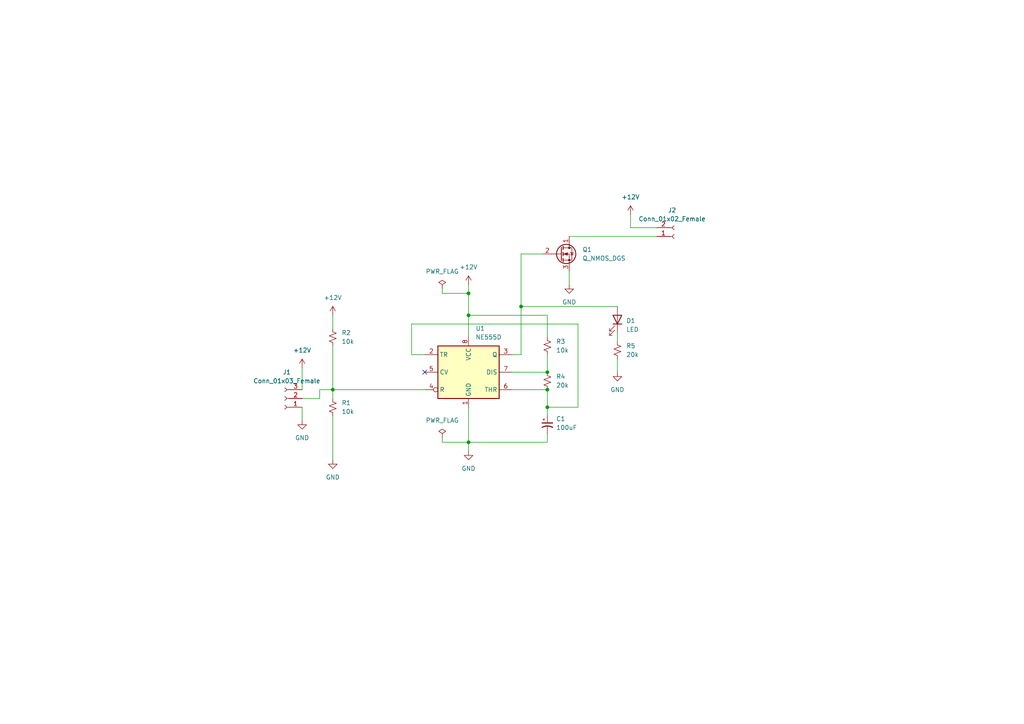
<source format=kicad_sch>
(kicad_sch (version 20211123) (generator eeschema)

  (uuid c91d5156-31a5-455b-95ba-402dcd3f91e8)

  (paper "A4")

  (lib_symbols
    (symbol "Connector:Conn_01x02_Female" (pin_names (offset 1.016) hide) (in_bom yes) (on_board yes)
      (property "Reference" "J" (id 0) (at 0 2.54 0)
        (effects (font (size 1.27 1.27)))
      )
      (property "Value" "Conn_01x02_Female" (id 1) (at 0 -5.08 0)
        (effects (font (size 1.27 1.27)))
      )
      (property "Footprint" "" (id 2) (at 0 0 0)
        (effects (font (size 1.27 1.27)) hide)
      )
      (property "Datasheet" "~" (id 3) (at 0 0 0)
        (effects (font (size 1.27 1.27)) hide)
      )
      (property "ki_keywords" "connector" (id 4) (at 0 0 0)
        (effects (font (size 1.27 1.27)) hide)
      )
      (property "ki_description" "Generic connector, single row, 01x02, script generated (kicad-library-utils/schlib/autogen/connector/)" (id 5) (at 0 0 0)
        (effects (font (size 1.27 1.27)) hide)
      )
      (property "ki_fp_filters" "Connector*:*_1x??_*" (id 6) (at 0 0 0)
        (effects (font (size 1.27 1.27)) hide)
      )
      (symbol "Conn_01x02_Female_1_1"
        (arc (start 0 -2.032) (mid -0.508 -2.54) (end 0 -3.048)
          (stroke (width 0.1524) (type default) (color 0 0 0 0))
          (fill (type none))
        )
        (polyline
          (pts
            (xy -1.27 -2.54)
            (xy -0.508 -2.54)
          )
          (stroke (width 0.1524) (type default) (color 0 0 0 0))
          (fill (type none))
        )
        (polyline
          (pts
            (xy -1.27 0)
            (xy -0.508 0)
          )
          (stroke (width 0.1524) (type default) (color 0 0 0 0))
          (fill (type none))
        )
        (arc (start 0 0.508) (mid -0.508 0) (end 0 -0.508)
          (stroke (width 0.1524) (type default) (color 0 0 0 0))
          (fill (type none))
        )
        (pin passive line (at -5.08 0 0) (length 3.81)
          (name "Pin_1" (effects (font (size 1.27 1.27))))
          (number "1" (effects (font (size 1.27 1.27))))
        )
        (pin passive line (at -5.08 -2.54 0) (length 3.81)
          (name "Pin_2" (effects (font (size 1.27 1.27))))
          (number "2" (effects (font (size 1.27 1.27))))
        )
      )
    )
    (symbol "Connector:Conn_01x03_Female" (pin_names (offset 1.016) hide) (in_bom yes) (on_board yes)
      (property "Reference" "J" (id 0) (at 0 5.08 0)
        (effects (font (size 1.27 1.27)))
      )
      (property "Value" "Conn_01x03_Female" (id 1) (at 0 -5.08 0)
        (effects (font (size 1.27 1.27)))
      )
      (property "Footprint" "" (id 2) (at 0 0 0)
        (effects (font (size 1.27 1.27)) hide)
      )
      (property "Datasheet" "~" (id 3) (at 0 0 0)
        (effects (font (size 1.27 1.27)) hide)
      )
      (property "ki_keywords" "connector" (id 4) (at 0 0 0)
        (effects (font (size 1.27 1.27)) hide)
      )
      (property "ki_description" "Generic connector, single row, 01x03, script generated (kicad-library-utils/schlib/autogen/connector/)" (id 5) (at 0 0 0)
        (effects (font (size 1.27 1.27)) hide)
      )
      (property "ki_fp_filters" "Connector*:*_1x??_*" (id 6) (at 0 0 0)
        (effects (font (size 1.27 1.27)) hide)
      )
      (symbol "Conn_01x03_Female_1_1"
        (arc (start 0 -2.032) (mid -0.508 -2.54) (end 0 -3.048)
          (stroke (width 0.1524) (type default) (color 0 0 0 0))
          (fill (type none))
        )
        (polyline
          (pts
            (xy -1.27 -2.54)
            (xy -0.508 -2.54)
          )
          (stroke (width 0.1524) (type default) (color 0 0 0 0))
          (fill (type none))
        )
        (polyline
          (pts
            (xy -1.27 0)
            (xy -0.508 0)
          )
          (stroke (width 0.1524) (type default) (color 0 0 0 0))
          (fill (type none))
        )
        (polyline
          (pts
            (xy -1.27 2.54)
            (xy -0.508 2.54)
          )
          (stroke (width 0.1524) (type default) (color 0 0 0 0))
          (fill (type none))
        )
        (arc (start 0 0.508) (mid -0.508 0) (end 0 -0.508)
          (stroke (width 0.1524) (type default) (color 0 0 0 0))
          (fill (type none))
        )
        (arc (start 0 3.048) (mid -0.508 2.54) (end 0 2.032)
          (stroke (width 0.1524) (type default) (color 0 0 0 0))
          (fill (type none))
        )
        (pin passive line (at -5.08 2.54 0) (length 3.81)
          (name "Pin_1" (effects (font (size 1.27 1.27))))
          (number "1" (effects (font (size 1.27 1.27))))
        )
        (pin passive line (at -5.08 0 0) (length 3.81)
          (name "Pin_2" (effects (font (size 1.27 1.27))))
          (number "2" (effects (font (size 1.27 1.27))))
        )
        (pin passive line (at -5.08 -2.54 0) (length 3.81)
          (name "Pin_3" (effects (font (size 1.27 1.27))))
          (number "3" (effects (font (size 1.27 1.27))))
        )
      )
    )
    (symbol "Device:C_Polarized_Small_US" (pin_numbers hide) (pin_names (offset 0.254) hide) (in_bom yes) (on_board yes)
      (property "Reference" "C" (id 0) (at 0.254 1.778 0)
        (effects (font (size 1.27 1.27)) (justify left))
      )
      (property "Value" "C_Polarized_Small_US" (id 1) (at 0.254 -2.032 0)
        (effects (font (size 1.27 1.27)) (justify left))
      )
      (property "Footprint" "" (id 2) (at 0 0 0)
        (effects (font (size 1.27 1.27)) hide)
      )
      (property "Datasheet" "~" (id 3) (at 0 0 0)
        (effects (font (size 1.27 1.27)) hide)
      )
      (property "ki_keywords" "cap capacitor" (id 4) (at 0 0 0)
        (effects (font (size 1.27 1.27)) hide)
      )
      (property "ki_description" "Polarized capacitor, small US symbol" (id 5) (at 0 0 0)
        (effects (font (size 1.27 1.27)) hide)
      )
      (property "ki_fp_filters" "CP_*" (id 6) (at 0 0 0)
        (effects (font (size 1.27 1.27)) hide)
      )
      (symbol "C_Polarized_Small_US_0_1"
        (polyline
          (pts
            (xy -1.524 0.508)
            (xy 1.524 0.508)
          )
          (stroke (width 0.3048) (type default) (color 0 0 0 0))
          (fill (type none))
        )
        (polyline
          (pts
            (xy -1.27 1.524)
            (xy -0.762 1.524)
          )
          (stroke (width 0) (type default) (color 0 0 0 0))
          (fill (type none))
        )
        (polyline
          (pts
            (xy -1.016 1.27)
            (xy -1.016 1.778)
          )
          (stroke (width 0) (type default) (color 0 0 0 0))
          (fill (type none))
        )
        (arc (start 1.524 -0.762) (mid 0 -0.3734) (end -1.524 -0.762)
          (stroke (width 0.3048) (type default) (color 0 0 0 0))
          (fill (type none))
        )
      )
      (symbol "C_Polarized_Small_US_1_1"
        (pin passive line (at 0 2.54 270) (length 2.032)
          (name "~" (effects (font (size 1.27 1.27))))
          (number "1" (effects (font (size 1.27 1.27))))
        )
        (pin passive line (at 0 -2.54 90) (length 2.032)
          (name "~" (effects (font (size 1.27 1.27))))
          (number "2" (effects (font (size 1.27 1.27))))
        )
      )
    )
    (symbol "Device:LED" (pin_numbers hide) (pin_names (offset 1.016) hide) (in_bom yes) (on_board yes)
      (property "Reference" "D" (id 0) (at 0 2.54 0)
        (effects (font (size 1.27 1.27)))
      )
      (property "Value" "LED" (id 1) (at 0 -2.54 0)
        (effects (font (size 1.27 1.27)))
      )
      (property "Footprint" "" (id 2) (at 0 0 0)
        (effects (font (size 1.27 1.27)) hide)
      )
      (property "Datasheet" "~" (id 3) (at 0 0 0)
        (effects (font (size 1.27 1.27)) hide)
      )
      (property "ki_keywords" "LED diode" (id 4) (at 0 0 0)
        (effects (font (size 1.27 1.27)) hide)
      )
      (property "ki_description" "Light emitting diode" (id 5) (at 0 0 0)
        (effects (font (size 1.27 1.27)) hide)
      )
      (property "ki_fp_filters" "LED* LED_SMD:* LED_THT:*" (id 6) (at 0 0 0)
        (effects (font (size 1.27 1.27)) hide)
      )
      (symbol "LED_0_1"
        (polyline
          (pts
            (xy -1.27 -1.27)
            (xy -1.27 1.27)
          )
          (stroke (width 0.254) (type default) (color 0 0 0 0))
          (fill (type none))
        )
        (polyline
          (pts
            (xy -1.27 0)
            (xy 1.27 0)
          )
          (stroke (width 0) (type default) (color 0 0 0 0))
          (fill (type none))
        )
        (polyline
          (pts
            (xy 1.27 -1.27)
            (xy 1.27 1.27)
            (xy -1.27 0)
            (xy 1.27 -1.27)
          )
          (stroke (width 0.254) (type default) (color 0 0 0 0))
          (fill (type none))
        )
        (polyline
          (pts
            (xy -3.048 -0.762)
            (xy -4.572 -2.286)
            (xy -3.81 -2.286)
            (xy -4.572 -2.286)
            (xy -4.572 -1.524)
          )
          (stroke (width 0) (type default) (color 0 0 0 0))
          (fill (type none))
        )
        (polyline
          (pts
            (xy -1.778 -0.762)
            (xy -3.302 -2.286)
            (xy -2.54 -2.286)
            (xy -3.302 -2.286)
            (xy -3.302 -1.524)
          )
          (stroke (width 0) (type default) (color 0 0 0 0))
          (fill (type none))
        )
      )
      (symbol "LED_1_1"
        (pin passive line (at -3.81 0 0) (length 2.54)
          (name "K" (effects (font (size 1.27 1.27))))
          (number "1" (effects (font (size 1.27 1.27))))
        )
        (pin passive line (at 3.81 0 180) (length 2.54)
          (name "A" (effects (font (size 1.27 1.27))))
          (number "2" (effects (font (size 1.27 1.27))))
        )
      )
    )
    (symbol "Device:Q_NMOS_DGS" (pin_names (offset 0) hide) (in_bom yes) (on_board yes)
      (property "Reference" "Q" (id 0) (at 5.08 1.27 0)
        (effects (font (size 1.27 1.27)) (justify left))
      )
      (property "Value" "Q_NMOS_DGS" (id 1) (at 5.08 -1.27 0)
        (effects (font (size 1.27 1.27)) (justify left))
      )
      (property "Footprint" "" (id 2) (at 5.08 2.54 0)
        (effects (font (size 1.27 1.27)) hide)
      )
      (property "Datasheet" "~" (id 3) (at 0 0 0)
        (effects (font (size 1.27 1.27)) hide)
      )
      (property "ki_keywords" "transistor NMOS N-MOS N-MOSFET" (id 4) (at 0 0 0)
        (effects (font (size 1.27 1.27)) hide)
      )
      (property "ki_description" "N-MOSFET transistor, drain/gate/source" (id 5) (at 0 0 0)
        (effects (font (size 1.27 1.27)) hide)
      )
      (symbol "Q_NMOS_DGS_0_1"
        (polyline
          (pts
            (xy 0.254 0)
            (xy -2.54 0)
          )
          (stroke (width 0) (type default) (color 0 0 0 0))
          (fill (type none))
        )
        (polyline
          (pts
            (xy 0.254 1.905)
            (xy 0.254 -1.905)
          )
          (stroke (width 0.254) (type default) (color 0 0 0 0))
          (fill (type none))
        )
        (polyline
          (pts
            (xy 0.762 -1.27)
            (xy 0.762 -2.286)
          )
          (stroke (width 0.254) (type default) (color 0 0 0 0))
          (fill (type none))
        )
        (polyline
          (pts
            (xy 0.762 0.508)
            (xy 0.762 -0.508)
          )
          (stroke (width 0.254) (type default) (color 0 0 0 0))
          (fill (type none))
        )
        (polyline
          (pts
            (xy 0.762 2.286)
            (xy 0.762 1.27)
          )
          (stroke (width 0.254) (type default) (color 0 0 0 0))
          (fill (type none))
        )
        (polyline
          (pts
            (xy 2.54 2.54)
            (xy 2.54 1.778)
          )
          (stroke (width 0) (type default) (color 0 0 0 0))
          (fill (type none))
        )
        (polyline
          (pts
            (xy 2.54 -2.54)
            (xy 2.54 0)
            (xy 0.762 0)
          )
          (stroke (width 0) (type default) (color 0 0 0 0))
          (fill (type none))
        )
        (polyline
          (pts
            (xy 0.762 -1.778)
            (xy 3.302 -1.778)
            (xy 3.302 1.778)
            (xy 0.762 1.778)
          )
          (stroke (width 0) (type default) (color 0 0 0 0))
          (fill (type none))
        )
        (polyline
          (pts
            (xy 1.016 0)
            (xy 2.032 0.381)
            (xy 2.032 -0.381)
            (xy 1.016 0)
          )
          (stroke (width 0) (type default) (color 0 0 0 0))
          (fill (type outline))
        )
        (polyline
          (pts
            (xy 2.794 0.508)
            (xy 2.921 0.381)
            (xy 3.683 0.381)
            (xy 3.81 0.254)
          )
          (stroke (width 0) (type default) (color 0 0 0 0))
          (fill (type none))
        )
        (polyline
          (pts
            (xy 3.302 0.381)
            (xy 2.921 -0.254)
            (xy 3.683 -0.254)
            (xy 3.302 0.381)
          )
          (stroke (width 0) (type default) (color 0 0 0 0))
          (fill (type none))
        )
        (circle (center 1.651 0) (radius 2.794)
          (stroke (width 0.254) (type default) (color 0 0 0 0))
          (fill (type none))
        )
        (circle (center 2.54 -1.778) (radius 0.254)
          (stroke (width 0) (type default) (color 0 0 0 0))
          (fill (type outline))
        )
        (circle (center 2.54 1.778) (radius 0.254)
          (stroke (width 0) (type default) (color 0 0 0 0))
          (fill (type outline))
        )
      )
      (symbol "Q_NMOS_DGS_1_1"
        (pin passive line (at 2.54 5.08 270) (length 2.54)
          (name "D" (effects (font (size 1.27 1.27))))
          (number "1" (effects (font (size 1.27 1.27))))
        )
        (pin input line (at -5.08 0 0) (length 2.54)
          (name "G" (effects (font (size 1.27 1.27))))
          (number "2" (effects (font (size 1.27 1.27))))
        )
        (pin passive line (at 2.54 -5.08 90) (length 2.54)
          (name "S" (effects (font (size 1.27 1.27))))
          (number "3" (effects (font (size 1.27 1.27))))
        )
      )
    )
    (symbol "Device:R_Small_US" (pin_numbers hide) (pin_names (offset 0.254) hide) (in_bom yes) (on_board yes)
      (property "Reference" "R" (id 0) (at 0.762 0.508 0)
        (effects (font (size 1.27 1.27)) (justify left))
      )
      (property "Value" "R_Small_US" (id 1) (at 0.762 -1.016 0)
        (effects (font (size 1.27 1.27)) (justify left))
      )
      (property "Footprint" "" (id 2) (at 0 0 0)
        (effects (font (size 1.27 1.27)) hide)
      )
      (property "Datasheet" "~" (id 3) (at 0 0 0)
        (effects (font (size 1.27 1.27)) hide)
      )
      (property "ki_keywords" "r resistor" (id 4) (at 0 0 0)
        (effects (font (size 1.27 1.27)) hide)
      )
      (property "ki_description" "Resistor, small US symbol" (id 5) (at 0 0 0)
        (effects (font (size 1.27 1.27)) hide)
      )
      (property "ki_fp_filters" "R_*" (id 6) (at 0 0 0)
        (effects (font (size 1.27 1.27)) hide)
      )
      (symbol "R_Small_US_1_1"
        (polyline
          (pts
            (xy 0 0)
            (xy 1.016 -0.381)
            (xy 0 -0.762)
            (xy -1.016 -1.143)
            (xy 0 -1.524)
          )
          (stroke (width 0) (type default) (color 0 0 0 0))
          (fill (type none))
        )
        (polyline
          (pts
            (xy 0 1.524)
            (xy 1.016 1.143)
            (xy 0 0.762)
            (xy -1.016 0.381)
            (xy 0 0)
          )
          (stroke (width 0) (type default) (color 0 0 0 0))
          (fill (type none))
        )
        (pin passive line (at 0 2.54 270) (length 1.016)
          (name "~" (effects (font (size 1.27 1.27))))
          (number "1" (effects (font (size 1.27 1.27))))
        )
        (pin passive line (at 0 -2.54 90) (length 1.016)
          (name "~" (effects (font (size 1.27 1.27))))
          (number "2" (effects (font (size 1.27 1.27))))
        )
      )
    )
    (symbol "Timer:NE555D" (in_bom yes) (on_board yes)
      (property "Reference" "U" (id 0) (at -10.16 8.89 0)
        (effects (font (size 1.27 1.27)) (justify left))
      )
      (property "Value" "NE555D" (id 1) (at 2.54 8.89 0)
        (effects (font (size 1.27 1.27)) (justify left))
      )
      (property "Footprint" "Package_SO:SOIC-8_3.9x4.9mm_P1.27mm" (id 2) (at 21.59 -10.16 0)
        (effects (font (size 1.27 1.27)) hide)
      )
      (property "Datasheet" "http://www.ti.com/lit/ds/symlink/ne555.pdf" (id 3) (at 21.59 -10.16 0)
        (effects (font (size 1.27 1.27)) hide)
      )
      (property "ki_keywords" "single timer 555" (id 4) (at 0 0 0)
        (effects (font (size 1.27 1.27)) hide)
      )
      (property "ki_description" "Precision Timers, 555 compatible, SOIC-8" (id 5) (at 0 0 0)
        (effects (font (size 1.27 1.27)) hide)
      )
      (property "ki_fp_filters" "SOIC*3.9x4.9mm*P1.27mm*" (id 6) (at 0 0 0)
        (effects (font (size 1.27 1.27)) hide)
      )
      (symbol "NE555D_0_0"
        (pin power_in line (at 0 -10.16 90) (length 2.54)
          (name "GND" (effects (font (size 1.27 1.27))))
          (number "1" (effects (font (size 1.27 1.27))))
        )
        (pin power_in line (at 0 10.16 270) (length 2.54)
          (name "VCC" (effects (font (size 1.27 1.27))))
          (number "8" (effects (font (size 1.27 1.27))))
        )
      )
      (symbol "NE555D_0_1"
        (rectangle (start -8.89 -7.62) (end 8.89 7.62)
          (stroke (width 0.254) (type default) (color 0 0 0 0))
          (fill (type background))
        )
        (rectangle (start -8.89 -7.62) (end 8.89 7.62)
          (stroke (width 0.254) (type default) (color 0 0 0 0))
          (fill (type background))
        )
      )
      (symbol "NE555D_1_1"
        (pin input line (at -12.7 5.08 0) (length 3.81)
          (name "TR" (effects (font (size 1.27 1.27))))
          (number "2" (effects (font (size 1.27 1.27))))
        )
        (pin output line (at 12.7 5.08 180) (length 3.81)
          (name "Q" (effects (font (size 1.27 1.27))))
          (number "3" (effects (font (size 1.27 1.27))))
        )
        (pin input inverted (at -12.7 -5.08 0) (length 3.81)
          (name "R" (effects (font (size 1.27 1.27))))
          (number "4" (effects (font (size 1.27 1.27))))
        )
        (pin input line (at -12.7 0 0) (length 3.81)
          (name "CV" (effects (font (size 1.27 1.27))))
          (number "5" (effects (font (size 1.27 1.27))))
        )
        (pin input line (at 12.7 -5.08 180) (length 3.81)
          (name "THR" (effects (font (size 1.27 1.27))))
          (number "6" (effects (font (size 1.27 1.27))))
        )
        (pin input line (at 12.7 0 180) (length 3.81)
          (name "DIS" (effects (font (size 1.27 1.27))))
          (number "7" (effects (font (size 1.27 1.27))))
        )
      )
    )
    (symbol "power:+12V" (power) (pin_names (offset 0)) (in_bom yes) (on_board yes)
      (property "Reference" "#PWR" (id 0) (at 0 -3.81 0)
        (effects (font (size 1.27 1.27)) hide)
      )
      (property "Value" "+12V" (id 1) (at 0 3.556 0)
        (effects (font (size 1.27 1.27)))
      )
      (property "Footprint" "" (id 2) (at 0 0 0)
        (effects (font (size 1.27 1.27)) hide)
      )
      (property "Datasheet" "" (id 3) (at 0 0 0)
        (effects (font (size 1.27 1.27)) hide)
      )
      (property "ki_keywords" "global power" (id 4) (at 0 0 0)
        (effects (font (size 1.27 1.27)) hide)
      )
      (property "ki_description" "Power symbol creates a global label with name \"+12V\"" (id 5) (at 0 0 0)
        (effects (font (size 1.27 1.27)) hide)
      )
      (symbol "+12V_0_1"
        (polyline
          (pts
            (xy -0.762 1.27)
            (xy 0 2.54)
          )
          (stroke (width 0) (type default) (color 0 0 0 0))
          (fill (type none))
        )
        (polyline
          (pts
            (xy 0 0)
            (xy 0 2.54)
          )
          (stroke (width 0) (type default) (color 0 0 0 0))
          (fill (type none))
        )
        (polyline
          (pts
            (xy 0 2.54)
            (xy 0.762 1.27)
          )
          (stroke (width 0) (type default) (color 0 0 0 0))
          (fill (type none))
        )
      )
      (symbol "+12V_1_1"
        (pin power_in line (at 0 0 90) (length 0) hide
          (name "+12V" (effects (font (size 1.27 1.27))))
          (number "1" (effects (font (size 1.27 1.27))))
        )
      )
    )
    (symbol "power:GND" (power) (pin_names (offset 0)) (in_bom yes) (on_board yes)
      (property "Reference" "#PWR" (id 0) (at 0 -6.35 0)
        (effects (font (size 1.27 1.27)) hide)
      )
      (property "Value" "GND" (id 1) (at 0 -3.81 0)
        (effects (font (size 1.27 1.27)))
      )
      (property "Footprint" "" (id 2) (at 0 0 0)
        (effects (font (size 1.27 1.27)) hide)
      )
      (property "Datasheet" "" (id 3) (at 0 0 0)
        (effects (font (size 1.27 1.27)) hide)
      )
      (property "ki_keywords" "global power" (id 4) (at 0 0 0)
        (effects (font (size 1.27 1.27)) hide)
      )
      (property "ki_description" "Power symbol creates a global label with name \"GND\" , ground" (id 5) (at 0 0 0)
        (effects (font (size 1.27 1.27)) hide)
      )
      (symbol "GND_0_1"
        (polyline
          (pts
            (xy 0 0)
            (xy 0 -1.27)
            (xy 1.27 -1.27)
            (xy 0 -2.54)
            (xy -1.27 -1.27)
            (xy 0 -1.27)
          )
          (stroke (width 0) (type default) (color 0 0 0 0))
          (fill (type none))
        )
      )
      (symbol "GND_1_1"
        (pin power_in line (at 0 0 270) (length 0) hide
          (name "GND" (effects (font (size 1.27 1.27))))
          (number "1" (effects (font (size 1.27 1.27))))
        )
      )
    )
    (symbol "power:PWR_FLAG" (power) (pin_numbers hide) (pin_names (offset 0) hide) (in_bom yes) (on_board yes)
      (property "Reference" "#FLG" (id 0) (at 0 1.905 0)
        (effects (font (size 1.27 1.27)) hide)
      )
      (property "Value" "PWR_FLAG" (id 1) (at 0 3.81 0)
        (effects (font (size 1.27 1.27)))
      )
      (property "Footprint" "" (id 2) (at 0 0 0)
        (effects (font (size 1.27 1.27)) hide)
      )
      (property "Datasheet" "~" (id 3) (at 0 0 0)
        (effects (font (size 1.27 1.27)) hide)
      )
      (property "ki_keywords" "flag power" (id 4) (at 0 0 0)
        (effects (font (size 1.27 1.27)) hide)
      )
      (property "ki_description" "Special symbol for telling ERC where power comes from" (id 5) (at 0 0 0)
        (effects (font (size 1.27 1.27)) hide)
      )
      (symbol "PWR_FLAG_0_0"
        (pin power_out line (at 0 0 90) (length 0)
          (name "pwr" (effects (font (size 1.27 1.27))))
          (number "1" (effects (font (size 1.27 1.27))))
        )
      )
      (symbol "PWR_FLAG_0_1"
        (polyline
          (pts
            (xy 0 0)
            (xy 0 1.27)
            (xy -1.016 1.905)
            (xy 0 2.54)
            (xy 1.016 1.905)
            (xy 0 1.27)
          )
          (stroke (width 0) (type default) (color 0 0 0 0))
          (fill (type none))
        )
      )
    )
  )

  (junction (at 158.75 113.03) (diameter 0) (color 0 0 0 0)
    (uuid 0a48c4bb-7ba7-4e56-85ce-1d081b33a8da)
  )
  (junction (at 96.52 113.03) (diameter 0) (color 0 0 0 0)
    (uuid 17268613-9c12-4920-992b-75cbfcbcef2e)
  )
  (junction (at 135.89 91.44) (diameter 0) (color 0 0 0 0)
    (uuid 2c167430-223e-422e-9494-6a4f4f09583f)
  )
  (junction (at 158.75 118.11) (diameter 0) (color 0 0 0 0)
    (uuid 3de4a2db-d973-473b-9b41-1ee402048310)
  )
  (junction (at 151.13 88.9) (diameter 0) (color 0 0 0 0)
    (uuid 72a274c8-b0d7-487c-9343-b75fdeba68a4)
  )
  (junction (at 135.89 85.09) (diameter 0) (color 0 0 0 0)
    (uuid 901579d1-55ec-498d-a3c2-3c1e1a9dbe90)
  )
  (junction (at 158.75 107.95) (diameter 0) (color 0 0 0 0)
    (uuid a9efb26c-72a0-4a3c-a16f-37a98098ce20)
  )
  (junction (at 135.89 128.27) (diameter 0) (color 0 0 0 0)
    (uuid f6383bfe-a629-4b85-bf2d-3ec68ce4b914)
  )

  (no_connect (at 123.19 107.95) (uuid 7cffd817-4ba7-4118-96e5-9c9d6fdd4dbc))

  (wire (pts (xy 128.27 85.09) (xy 135.89 85.09))
    (stroke (width 0) (type default) (color 0 0 0 0))
    (uuid 0ceeaf59-e961-449a-9023-b2d481f94d8c)
  )
  (wire (pts (xy 87.63 115.57) (xy 92.71 115.57))
    (stroke (width 0) (type default) (color 0 0 0 0))
    (uuid 0defd486-9a93-4312-9ce1-188082088614)
  )
  (wire (pts (xy 151.13 102.87) (xy 148.59 102.87))
    (stroke (width 0) (type default) (color 0 0 0 0))
    (uuid 122feb71-21a8-41a5-b2d0-2cc9e0df0a27)
  )
  (wire (pts (xy 190.5 66.04) (xy 182.88 66.04))
    (stroke (width 0) (type default) (color 0 0 0 0))
    (uuid 14f3c2e4-fd71-484c-a8f4-df998705a113)
  )
  (wire (pts (xy 92.71 115.57) (xy 92.71 113.03))
    (stroke (width 0) (type default) (color 0 0 0 0))
    (uuid 15fd67d5-a6cb-4cb3-b915-ee357267853e)
  )
  (wire (pts (xy 135.89 91.44) (xy 135.89 97.79))
    (stroke (width 0) (type default) (color 0 0 0 0))
    (uuid 17418844-b0e1-48f9-a182-bf85d943109f)
  )
  (wire (pts (xy 135.89 82.55) (xy 135.89 85.09))
    (stroke (width 0) (type default) (color 0 0 0 0))
    (uuid 1b9c8497-1343-42ba-b8a5-9fc84fa927d6)
  )
  (wire (pts (xy 148.59 107.95) (xy 158.75 107.95))
    (stroke (width 0) (type default) (color 0 0 0 0))
    (uuid 22ce3d84-63ee-49ae-b8ed-9c7837fd4e33)
  )
  (wire (pts (xy 128.27 83.82) (xy 128.27 85.09))
    (stroke (width 0) (type default) (color 0 0 0 0))
    (uuid 268e5ec5-ae3e-4e94-8394-2443bbbd43d4)
  )
  (wire (pts (xy 96.52 120.65) (xy 96.52 133.35))
    (stroke (width 0) (type default) (color 0 0 0 0))
    (uuid 2b18903d-0240-4531-89cb-2bfa037baf89)
  )
  (wire (pts (xy 92.71 113.03) (xy 96.52 113.03))
    (stroke (width 0) (type default) (color 0 0 0 0))
    (uuid 2d6ff205-f1d2-42a4-965b-b4132ce218a2)
  )
  (wire (pts (xy 179.07 96.52) (xy 179.07 99.06))
    (stroke (width 0) (type default) (color 0 0 0 0))
    (uuid 30448d85-6bb4-4ae7-b6ef-9324132cb43e)
  )
  (wire (pts (xy 182.88 66.04) (xy 182.88 62.23))
    (stroke (width 0) (type default) (color 0 0 0 0))
    (uuid 3963b350-6012-4f64-9f29-eeaea5c0c96e)
  )
  (wire (pts (xy 151.13 73.66) (xy 151.13 88.9))
    (stroke (width 0) (type default) (color 0 0 0 0))
    (uuid 3a7789b0-8d45-4c5c-8258-2b8d84c2703c)
  )
  (wire (pts (xy 167.64 118.11) (xy 158.75 118.11))
    (stroke (width 0) (type default) (color 0 0 0 0))
    (uuid 3c368638-74aa-4b79-9de4-c129f79a629d)
  )
  (wire (pts (xy 87.63 106.68) (xy 87.63 113.03))
    (stroke (width 0) (type default) (color 0 0 0 0))
    (uuid 3d85f701-a97f-4343-8501-ff18653edff4)
  )
  (wire (pts (xy 96.52 100.33) (xy 96.52 113.03))
    (stroke (width 0) (type default) (color 0 0 0 0))
    (uuid 4048abc9-f5aa-4ba4-be76-275a89eb83c9)
  )
  (wire (pts (xy 96.52 113.03) (xy 123.19 113.03))
    (stroke (width 0) (type default) (color 0 0 0 0))
    (uuid 43599c66-a600-42fb-93a9-f8edc6b2cc14)
  )
  (wire (pts (xy 157.48 73.66) (xy 151.13 73.66))
    (stroke (width 0) (type default) (color 0 0 0 0))
    (uuid 4c02a8db-a727-4af3-ad0b-b61840e18f81)
  )
  (wire (pts (xy 128.27 128.27) (xy 135.89 128.27))
    (stroke (width 0) (type default) (color 0 0 0 0))
    (uuid 4dcc8300-e9de-4cba-9bf4-1a8aaae5c8c3)
  )
  (wire (pts (xy 128.27 127) (xy 128.27 128.27))
    (stroke (width 0) (type default) (color 0 0 0 0))
    (uuid 4dfac761-b62a-4e40-a481-bff13e53f3ba)
  )
  (wire (pts (xy 119.38 102.87) (xy 123.19 102.87))
    (stroke (width 0) (type default) (color 0 0 0 0))
    (uuid 4f8a0d92-6619-4d84-912a-60f724e5a883)
  )
  (wire (pts (xy 87.63 118.11) (xy 87.63 121.92))
    (stroke (width 0) (type default) (color 0 0 0 0))
    (uuid 521b40a0-b94b-467a-b658-faa2bc0df7c8)
  )
  (wire (pts (xy 165.1 68.58) (xy 190.5 68.58))
    (stroke (width 0) (type default) (color 0 0 0 0))
    (uuid 539bbe04-498b-4dc2-8607-5ed04f909d39)
  )
  (wire (pts (xy 119.38 93.98) (xy 167.64 93.98))
    (stroke (width 0) (type default) (color 0 0 0 0))
    (uuid 67334aac-ad71-4b93-8f39-9810c3ab4f5d)
  )
  (wire (pts (xy 151.13 88.9) (xy 179.07 88.9))
    (stroke (width 0) (type default) (color 0 0 0 0))
    (uuid 69139e38-cb9c-4360-a3ce-d5f52515d566)
  )
  (wire (pts (xy 167.64 93.98) (xy 167.64 118.11))
    (stroke (width 0) (type default) (color 0 0 0 0))
    (uuid 6dfe8876-4183-49bd-a1db-944ab82d5fa6)
  )
  (wire (pts (xy 135.89 128.27) (xy 158.75 128.27))
    (stroke (width 0) (type default) (color 0 0 0 0))
    (uuid 7238deab-75f9-42f0-a538-764b7c40f90d)
  )
  (wire (pts (xy 179.07 104.14) (xy 179.07 107.95))
    (stroke (width 0) (type default) (color 0 0 0 0))
    (uuid 726118a5-aac5-49a7-8727-01e17f59698f)
  )
  (wire (pts (xy 135.89 128.27) (xy 135.89 130.81))
    (stroke (width 0) (type default) (color 0 0 0 0))
    (uuid 7d7f1835-c47c-45eb-bce9-bbdabc305913)
  )
  (wire (pts (xy 119.38 102.87) (xy 119.38 93.98))
    (stroke (width 0) (type default) (color 0 0 0 0))
    (uuid 7e41aaab-1ba0-4244-8273-242684eec39a)
  )
  (wire (pts (xy 158.75 97.79) (xy 158.75 91.44))
    (stroke (width 0) (type default) (color 0 0 0 0))
    (uuid 82496079-25aa-457a-8a4e-0611092906c8)
  )
  (wire (pts (xy 135.89 85.09) (xy 135.89 91.44))
    (stroke (width 0) (type default) (color 0 0 0 0))
    (uuid 863de5bc-610c-4ef0-9cfe-d8d8167a62f0)
  )
  (wire (pts (xy 158.75 113.03) (xy 158.75 118.11))
    (stroke (width 0) (type default) (color 0 0 0 0))
    (uuid a37cdc75-c7ab-41ec-8a17-ccfd796d1feb)
  )
  (wire (pts (xy 158.75 102.87) (xy 158.75 107.95))
    (stroke (width 0) (type default) (color 0 0 0 0))
    (uuid aea5b510-17c3-4bfb-a6b2-6b4f57b21f78)
  )
  (wire (pts (xy 135.89 91.44) (xy 158.75 91.44))
    (stroke (width 0) (type default) (color 0 0 0 0))
    (uuid b345f363-64ef-4d9a-9e54-20905662b4f9)
  )
  (wire (pts (xy 96.52 91.44) (xy 96.52 95.25))
    (stroke (width 0) (type default) (color 0 0 0 0))
    (uuid b390d32a-acef-4ab1-b746-f6a487bc773b)
  )
  (wire (pts (xy 158.75 118.11) (xy 158.75 120.65))
    (stroke (width 0) (type default) (color 0 0 0 0))
    (uuid bbef5dd0-e5b9-4877-b223-25ba0a0e2d71)
  )
  (wire (pts (xy 151.13 88.9) (xy 151.13 102.87))
    (stroke (width 0) (type default) (color 0 0 0 0))
    (uuid bd7df8bb-c2ce-4c26-9e52-f0f85c653d9d)
  )
  (wire (pts (xy 96.52 115.57) (xy 96.52 113.03))
    (stroke (width 0) (type default) (color 0 0 0 0))
    (uuid c40b5e33-0144-4fdc-9dd8-f8e86c200c72)
  )
  (wire (pts (xy 158.75 125.73) (xy 158.75 128.27))
    (stroke (width 0) (type default) (color 0 0 0 0))
    (uuid c5e4a65e-fd1c-4ca4-8fd5-b17264fd66cc)
  )
  (wire (pts (xy 135.89 118.11) (xy 135.89 128.27))
    (stroke (width 0) (type default) (color 0 0 0 0))
    (uuid c8c72847-22e8-44cf-9c4b-1be66c2670c8)
  )
  (wire (pts (xy 165.1 78.74) (xy 165.1 82.55))
    (stroke (width 0) (type default) (color 0 0 0 0))
    (uuid d11abfae-181a-452f-905e-23a65464cc22)
  )
  (wire (pts (xy 148.59 113.03) (xy 158.75 113.03))
    (stroke (width 0) (type default) (color 0 0 0 0))
    (uuid d88866b2-897b-40e5-a130-4d3837e6ea12)
  )

  (symbol (lib_id "power:+12V") (at 182.88 62.23 0) (unit 1)
    (in_bom yes) (on_board yes) (fields_autoplaced)
    (uuid 0246a409-7dbf-403c-ac69-450f7b88c435)
    (property "Reference" "#PWR09" (id 0) (at 182.88 66.04 0)
      (effects (font (size 1.27 1.27)) hide)
    )
    (property "Value" "+12V" (id 1) (at 182.88 57.15 0))
    (property "Footprint" "" (id 2) (at 182.88 62.23 0)
      (effects (font (size 1.27 1.27)) hide)
    )
    (property "Datasheet" "" (id 3) (at 182.88 62.23 0)
      (effects (font (size 1.27 1.27)) hide)
    )
    (pin "1" (uuid 19771a56-6bed-4c5b-8ff8-efa5aa7627e8))
  )

  (symbol (lib_id "power:+12V") (at 87.63 106.68 0) (unit 1)
    (in_bom yes) (on_board yes) (fields_autoplaced)
    (uuid 16253d0c-7492-4fea-9466-2fe39dd5738d)
    (property "Reference" "#PWR01" (id 0) (at 87.63 110.49 0)
      (effects (font (size 1.27 1.27)) hide)
    )
    (property "Value" "+12V" (id 1) (at 87.63 101.6 0))
    (property "Footprint" "" (id 2) (at 87.63 106.68 0)
      (effects (font (size 1.27 1.27)) hide)
    )
    (property "Datasheet" "" (id 3) (at 87.63 106.68 0)
      (effects (font (size 1.27 1.27)) hide)
    )
    (pin "1" (uuid 7f22772b-6417-49f8-8c9c-a0f8eafe87b5))
  )

  (symbol (lib_id "Device:R_Small_US") (at 158.75 110.49 0) (unit 1)
    (in_bom yes) (on_board yes) (fields_autoplaced)
    (uuid 2bdba834-0ed8-4699-8238-8222e5e8b940)
    (property "Reference" "R4" (id 0) (at 161.29 109.2199 0)
      (effects (font (size 1.27 1.27)) (justify left))
    )
    (property "Value" "20k" (id 1) (at 161.29 111.7599 0)
      (effects (font (size 1.27 1.27)) (justify left))
    )
    (property "Footprint" "Resistor_SMD:R_0805_2012Metric_Pad1.20x1.40mm_HandSolder" (id 2) (at 158.75 110.49 0)
      (effects (font (size 1.27 1.27)) hide)
    )
    (property "Datasheet" "~" (id 3) (at 158.75 110.49 0)
      (effects (font (size 1.27 1.27)) hide)
    )
    (pin "1" (uuid bbc7a867-f33c-4530-b309-d582ed6bb120))
    (pin "2" (uuid 12326cd2-f5f9-4eca-8887-a9b2575578e4))
  )

  (symbol (lib_id "Device:R_Small_US") (at 158.75 100.33 0) (unit 1)
    (in_bom yes) (on_board yes) (fields_autoplaced)
    (uuid 48511ee3-0e04-49a5-b2cc-804319b45a20)
    (property "Reference" "R3" (id 0) (at 161.29 99.0599 0)
      (effects (font (size 1.27 1.27)) (justify left))
    )
    (property "Value" "10k" (id 1) (at 161.29 101.5999 0)
      (effects (font (size 1.27 1.27)) (justify left))
    )
    (property "Footprint" "Resistor_SMD:R_0805_2012Metric_Pad1.20x1.40mm_HandSolder" (id 2) (at 158.75 100.33 0)
      (effects (font (size 1.27 1.27)) hide)
    )
    (property "Datasheet" "~" (id 3) (at 158.75 100.33 0)
      (effects (font (size 1.27 1.27)) hide)
    )
    (pin "1" (uuid 3703375a-30a6-48d1-8ef9-b606f6bd8742))
    (pin "2" (uuid ed8546a2-5eb8-45f9-8a5b-4b82e47221ec))
  )

  (symbol (lib_id "Device:Q_NMOS_DGS") (at 162.56 73.66 0) (unit 1)
    (in_bom yes) (on_board yes) (fields_autoplaced)
    (uuid 56fe270e-8f4b-4613-9ddf-c9915a08fc5b)
    (property "Reference" "Q1" (id 0) (at 168.91 72.3899 0)
      (effects (font (size 1.27 1.27)) (justify left))
    )
    (property "Value" "Q_NMOS_DGS" (id 1) (at 168.91 74.9299 0)
      (effects (font (size 1.27 1.27)) (justify left))
    )
    (property "Footprint" "Package_TO_SOT_SMD:TO-252-2_TabPin1" (id 2) (at 167.64 71.12 0)
      (effects (font (size 1.27 1.27)) hide)
    )
    (property "Datasheet" "~" (id 3) (at 162.56 73.66 0)
      (effects (font (size 1.27 1.27)) hide)
    )
    (pin "1" (uuid cce8c022-1f49-450a-aa48-aedd8e68c1ea))
    (pin "2" (uuid 59482e77-4d3f-4b1a-845f-28810783a156))
    (pin "3" (uuid a6224cff-05b9-43b4-97d3-91c041105fc3))
  )

  (symbol (lib_id "Device:R_Small_US") (at 96.52 118.11 0) (unit 1)
    (in_bom yes) (on_board yes) (fields_autoplaced)
    (uuid 60979f2d-e2a5-4c30-aed7-019bd996056b)
    (property "Reference" "R1" (id 0) (at 99.06 116.8399 0)
      (effects (font (size 1.27 1.27)) (justify left))
    )
    (property "Value" "10k" (id 1) (at 99.06 119.3799 0)
      (effects (font (size 1.27 1.27)) (justify left))
    )
    (property "Footprint" "Resistor_SMD:R_0805_2012Metric_Pad1.20x1.40mm_HandSolder" (id 2) (at 96.52 118.11 0)
      (effects (font (size 1.27 1.27)) hide)
    )
    (property "Datasheet" "~" (id 3) (at 96.52 118.11 0)
      (effects (font (size 1.27 1.27)) hide)
    )
    (pin "1" (uuid 38fcb799-8a72-4e39-90f0-b0a18d732712))
    (pin "2" (uuid 0ce19022-09b1-4a2b-985d-a2bb95d81e8a))
  )

  (symbol (lib_id "power:PWR_FLAG") (at 128.27 83.82 0) (unit 1)
    (in_bom yes) (on_board yes) (fields_autoplaced)
    (uuid 689a8a74-f3f1-4eb6-aefc-2d881befc351)
    (property "Reference" "#FLG0102" (id 0) (at 128.27 81.915 0)
      (effects (font (size 1.27 1.27)) hide)
    )
    (property "Value" "PWR_FLAG" (id 1) (at 128.27 78.74 0))
    (property "Footprint" "" (id 2) (at 128.27 83.82 0)
      (effects (font (size 1.27 1.27)) hide)
    )
    (property "Datasheet" "~" (id 3) (at 128.27 83.82 0)
      (effects (font (size 1.27 1.27)) hide)
    )
    (pin "1" (uuid a98a2040-80cd-4cf3-9f10-57153d1bd481))
  )

  (symbol (lib_id "power:GND") (at 96.52 133.35 0) (unit 1)
    (in_bom yes) (on_board yes) (fields_autoplaced)
    (uuid 7cc5768c-7e7e-4827-a133-4f337a9c64d2)
    (property "Reference" "#PWR04" (id 0) (at 96.52 139.7 0)
      (effects (font (size 1.27 1.27)) hide)
    )
    (property "Value" "GND" (id 1) (at 96.52 138.43 0))
    (property "Footprint" "" (id 2) (at 96.52 133.35 0)
      (effects (font (size 1.27 1.27)) hide)
    )
    (property "Datasheet" "" (id 3) (at 96.52 133.35 0)
      (effects (font (size 1.27 1.27)) hide)
    )
    (pin "1" (uuid 889ac0ea-0e7e-4847-affc-9bb32c4b3194))
  )

  (symbol (lib_id "Device:R_Small_US") (at 179.07 101.6 180) (unit 1)
    (in_bom yes) (on_board yes) (fields_autoplaced)
    (uuid 80d4696e-d7fa-4fd4-bde5-bd5cf2a96ac7)
    (property "Reference" "R5" (id 0) (at 181.61 100.3299 0)
      (effects (font (size 1.27 1.27)) (justify right))
    )
    (property "Value" "20k" (id 1) (at 181.61 102.8699 0)
      (effects (font (size 1.27 1.27)) (justify right))
    )
    (property "Footprint" "Resistor_SMD:R_0805_2012Metric_Pad1.20x1.40mm_HandSolder" (id 2) (at 179.07 101.6 0)
      (effects (font (size 1.27 1.27)) hide)
    )
    (property "Datasheet" "~" (id 3) (at 179.07 101.6 0)
      (effects (font (size 1.27 1.27)) hide)
    )
    (pin "1" (uuid f9edf27f-f6c5-4de4-9c5c-2b2c3a90ad4c))
    (pin "2" (uuid 626a2da2-0090-485a-aff6-481f35241813))
  )

  (symbol (lib_id "power:GND") (at 135.89 130.81 0) (unit 1)
    (in_bom yes) (on_board yes) (fields_autoplaced)
    (uuid 811a9ccb-5009-4ee4-84a2-7a16ef1c7358)
    (property "Reference" "#PWR06" (id 0) (at 135.89 137.16 0)
      (effects (font (size 1.27 1.27)) hide)
    )
    (property "Value" "GND" (id 1) (at 135.89 135.89 0))
    (property "Footprint" "" (id 2) (at 135.89 130.81 0)
      (effects (font (size 1.27 1.27)) hide)
    )
    (property "Datasheet" "" (id 3) (at 135.89 130.81 0)
      (effects (font (size 1.27 1.27)) hide)
    )
    (pin "1" (uuid ba933d70-7f96-4cf1-9f7e-75d92647e6a9))
  )

  (symbol (lib_id "Connector:Conn_01x02_Female") (at 195.58 68.58 0) (mirror x) (unit 1)
    (in_bom yes) (on_board yes) (fields_autoplaced)
    (uuid 86ed7d6e-833d-4ca1-b514-5a93983de200)
    (property "Reference" "J2" (id 0) (at 194.945 60.96 0))
    (property "Value" "Conn_01x02_Female" (id 1) (at 194.945 63.5 0))
    (property "Footprint" "Connector_Molex:Molex_Micro-Fit_3.0_43650-0221_1x02_P3.00mm_Vertical" (id 2) (at 195.58 68.58 0)
      (effects (font (size 1.27 1.27)) hide)
    )
    (property "Datasheet" "~" (id 3) (at 195.58 68.58 0)
      (effects (font (size 1.27 1.27)) hide)
    )
    (pin "1" (uuid 87839b9a-5292-429b-be80-7d3c615842f9))
    (pin "2" (uuid 264438aa-3f05-4937-ac09-5a93447f68a9))
  )

  (symbol (lib_id "Connector:Conn_01x03_Female") (at 82.55 115.57 180) (unit 1)
    (in_bom yes) (on_board yes) (fields_autoplaced)
    (uuid 99c1fc3c-2c85-4cb9-8227-a3de2ad52b3a)
    (property "Reference" "J1" (id 0) (at 83.185 107.95 0))
    (property "Value" "Conn_01x03_Female" (id 1) (at 83.185 110.49 0))
    (property "Footprint" "Connector_Molex:Molex_Micro-Fit_3.0_43650-0321_1x03_P3.00mm_Vertical" (id 2) (at 82.55 115.57 0)
      (effects (font (size 1.27 1.27)) hide)
    )
    (property "Datasheet" "~" (id 3) (at 82.55 115.57 0)
      (effects (font (size 1.27 1.27)) hide)
    )
    (pin "1" (uuid 6b0e5fb0-c243-4966-98bd-980ff94e34f6))
    (pin "2" (uuid 11b7c726-7518-49db-85a8-c2900f934994))
    (pin "3" (uuid 2131dab0-6589-4f4a-8613-d4e1632cf75f))
  )

  (symbol (lib_id "power:+12V") (at 96.52 91.44 0) (unit 1)
    (in_bom yes) (on_board yes) (fields_autoplaced)
    (uuid a3ef8e9b-8135-4daf-99c4-2a1a6d422a2f)
    (property "Reference" "#PWR03" (id 0) (at 96.52 95.25 0)
      (effects (font (size 1.27 1.27)) hide)
    )
    (property "Value" "+12V" (id 1) (at 96.52 86.36 0))
    (property "Footprint" "" (id 2) (at 96.52 91.44 0)
      (effects (font (size 1.27 1.27)) hide)
    )
    (property "Datasheet" "" (id 3) (at 96.52 91.44 0)
      (effects (font (size 1.27 1.27)) hide)
    )
    (pin "1" (uuid e679c6a7-ee98-4823-9e00-b5de80a5f736))
  )

  (symbol (lib_id "Device:R_Small_US") (at 96.52 97.79 0) (unit 1)
    (in_bom yes) (on_board yes) (fields_autoplaced)
    (uuid a4bc7928-2741-4811-a47f-dcec5145b4bb)
    (property "Reference" "R2" (id 0) (at 99.06 96.5199 0)
      (effects (font (size 1.27 1.27)) (justify left))
    )
    (property "Value" "10k" (id 1) (at 99.06 99.0599 0)
      (effects (font (size 1.27 1.27)) (justify left))
    )
    (property "Footprint" "Resistor_SMD:R_0805_2012Metric_Pad1.20x1.40mm_HandSolder" (id 2) (at 96.52 97.79 0)
      (effects (font (size 1.27 1.27)) hide)
    )
    (property "Datasheet" "~" (id 3) (at 96.52 97.79 0)
      (effects (font (size 1.27 1.27)) hide)
    )
    (pin "1" (uuid 3c924203-ab28-4b5d-8a7b-0b96108f3397))
    (pin "2" (uuid 336a1d7c-30f3-4252-9e96-40721dfa60c7))
  )

  (symbol (lib_id "Device:C_Polarized_Small_US") (at 158.75 123.19 0) (unit 1)
    (in_bom yes) (on_board yes) (fields_autoplaced)
    (uuid a854696b-b814-4e59-916e-67b8991af0fb)
    (property "Reference" "C1" (id 0) (at 161.29 121.4881 0)
      (effects (font (size 1.27 1.27)) (justify left))
    )
    (property "Value" "100uF" (id 1) (at 161.29 124.0281 0)
      (effects (font (size 1.27 1.27)) (justify left))
    )
    (property "Footprint" "Capacitor_Tantalum_SMD:CP_EIA-7360-38_Kemet-E_Pad2.25x4.25mm_HandSolder" (id 2) (at 158.75 123.19 0)
      (effects (font (size 1.27 1.27)) hide)
    )
    (property "Datasheet" "~" (id 3) (at 158.75 123.19 0)
      (effects (font (size 1.27 1.27)) hide)
    )
    (pin "1" (uuid d193a8b6-d404-49f2-bb8d-5a96aed6a67c))
    (pin "2" (uuid 52f20731-30f6-4070-88aa-9dd493aa000d))
  )

  (symbol (lib_id "Timer:NE555D") (at 135.89 107.95 0) (unit 1)
    (in_bom yes) (on_board yes) (fields_autoplaced)
    (uuid b1dd7bea-73fd-409a-821c-4fad0d624657)
    (property "Reference" "U1" (id 0) (at 137.9094 95.25 0)
      (effects (font (size 1.27 1.27)) (justify left))
    )
    (property "Value" "NE555D" (id 1) (at 137.9094 97.79 0)
      (effects (font (size 1.27 1.27)) (justify left))
    )
    (property "Footprint" "Package_SO:SOIC-8_3.9x4.9mm_P1.27mm" (id 2) (at 157.48 118.11 0)
      (effects (font (size 1.27 1.27)) hide)
    )
    (property "Datasheet" "http://www.ti.com/lit/ds/symlink/ne555.pdf" (id 3) (at 157.48 118.11 0)
      (effects (font (size 1.27 1.27)) hide)
    )
    (pin "1" (uuid 946a01e9-d0f4-4f4e-ba11-3f51bdc2dcea))
    (pin "8" (uuid 08cfb2f9-2f8f-4179-9c0b-03c51d264646))
    (pin "2" (uuid 8cdaf276-b64e-4059-8c08-2cacedbb0596))
    (pin "3" (uuid 91c2d0dd-93fd-4bb1-adcd-a3e82b9806bc))
    (pin "4" (uuid 6559459e-6bbf-498e-8f76-12dda707e790))
    (pin "5" (uuid 605a6aa8-2116-43c0-8d2f-b43495923a38))
    (pin "6" (uuid fb18fceb-4b05-4cfb-82d7-10fc6959e3e1))
    (pin "7" (uuid f19c0a31-a10e-42ed-ad87-619fa2859f6f))
  )

  (symbol (lib_id "power:GND") (at 165.1 82.55 0) (unit 1)
    (in_bom yes) (on_board yes) (fields_autoplaced)
    (uuid c4cb5009-9e98-4c24-ae8e-39bf45b6be2b)
    (property "Reference" "#PWR07" (id 0) (at 165.1 88.9 0)
      (effects (font (size 1.27 1.27)) hide)
    )
    (property "Value" "GND" (id 1) (at 165.1 87.63 0))
    (property "Footprint" "" (id 2) (at 165.1 82.55 0)
      (effects (font (size 1.27 1.27)) hide)
    )
    (property "Datasheet" "" (id 3) (at 165.1 82.55 0)
      (effects (font (size 1.27 1.27)) hide)
    )
    (pin "1" (uuid a44a09ef-cdf6-474e-a162-e9f91bfaa202))
  )

  (symbol (lib_id "power:GND") (at 87.63 121.92 0) (unit 1)
    (in_bom yes) (on_board yes) (fields_autoplaced)
    (uuid ca3c0dbc-6ef7-4d76-89dc-58eaa02f4908)
    (property "Reference" "#PWR02" (id 0) (at 87.63 128.27 0)
      (effects (font (size 1.27 1.27)) hide)
    )
    (property "Value" "GND" (id 1) (at 87.63 127 0))
    (property "Footprint" "" (id 2) (at 87.63 121.92 0)
      (effects (font (size 1.27 1.27)) hide)
    )
    (property "Datasheet" "" (id 3) (at 87.63 121.92 0)
      (effects (font (size 1.27 1.27)) hide)
    )
    (pin "1" (uuid 39fba875-dd08-4c0f-af04-73fd84b7a392))
  )

  (symbol (lib_id "Device:LED") (at 179.07 92.71 270) (mirror x) (unit 1)
    (in_bom yes) (on_board yes) (fields_autoplaced)
    (uuid da0f875d-87f1-4971-a25e-e3eeda8d4d52)
    (property "Reference" "D1" (id 0) (at 181.61 93.0274 90)
      (effects (font (size 1.27 1.27)) (justify left))
    )
    (property "Value" "LED" (id 1) (at 181.61 95.5674 90)
      (effects (font (size 1.27 1.27)) (justify left))
    )
    (property "Footprint" "LED_SMD:LED_0805_2012Metric_Pad1.15x1.40mm_HandSolder" (id 2) (at 179.07 92.71 0)
      (effects (font (size 1.27 1.27)) hide)
    )
    (property "Datasheet" "~" (id 3) (at 179.07 92.71 0)
      (effects (font (size 1.27 1.27)) hide)
    )
    (pin "1" (uuid 64a17506-4c33-47a4-8b3d-358e6e615375))
    (pin "2" (uuid 5ff49af3-8fb7-490d-a2c6-103272981020))
  )

  (symbol (lib_id "power:+12V") (at 135.89 82.55 0) (unit 1)
    (in_bom yes) (on_board yes) (fields_autoplaced)
    (uuid eb2a5cf0-30a8-457a-b6df-8e9323e6a097)
    (property "Reference" "#PWR05" (id 0) (at 135.89 86.36 0)
      (effects (font (size 1.27 1.27)) hide)
    )
    (property "Value" "+12V" (id 1) (at 135.89 77.47 0))
    (property "Footprint" "" (id 2) (at 135.89 82.55 0)
      (effects (font (size 1.27 1.27)) hide)
    )
    (property "Datasheet" "" (id 3) (at 135.89 82.55 0)
      (effects (font (size 1.27 1.27)) hide)
    )
    (pin "1" (uuid 48d2002f-577f-4d7d-bb48-f62c112ed83a))
  )

  (symbol (lib_id "power:PWR_FLAG") (at 128.27 127 0) (unit 1)
    (in_bom yes) (on_board yes) (fields_autoplaced)
    (uuid efc0047b-c052-4d72-b4dd-f32337503448)
    (property "Reference" "#FLG0101" (id 0) (at 128.27 125.095 0)
      (effects (font (size 1.27 1.27)) hide)
    )
    (property "Value" "PWR_FLAG" (id 1) (at 128.27 121.92 0))
    (property "Footprint" "" (id 2) (at 128.27 127 0)
      (effects (font (size 1.27 1.27)) hide)
    )
    (property "Datasheet" "~" (id 3) (at 128.27 127 0)
      (effects (font (size 1.27 1.27)) hide)
    )
    (pin "1" (uuid 0e11ecdc-f9c0-4d6c-9972-c34efdaed1eb))
  )

  (symbol (lib_id "power:GND") (at 179.07 107.95 0) (unit 1)
    (in_bom yes) (on_board yes) (fields_autoplaced)
    (uuid fea55acd-e90a-48b4-9cbf-c0bf90489d37)
    (property "Reference" "#PWR08" (id 0) (at 179.07 114.3 0)
      (effects (font (size 1.27 1.27)) hide)
    )
    (property "Value" "GND" (id 1) (at 179.07 113.03 0))
    (property "Footprint" "" (id 2) (at 179.07 107.95 0)
      (effects (font (size 1.27 1.27)) hide)
    )
    (property "Datasheet" "" (id 3) (at 179.07 107.95 0)
      (effects (font (size 1.27 1.27)) hide)
    )
    (pin "1" (uuid eb87ccce-d9a7-485f-be38-9f30abeb193d))
  )

  (sheet_instances
    (path "/" (page "1"))
  )

  (symbol_instances
    (path "/efc0047b-c052-4d72-b4dd-f32337503448"
      (reference "#FLG0101") (unit 1) (value "PWR_FLAG") (footprint "")
    )
    (path "/689a8a74-f3f1-4eb6-aefc-2d881befc351"
      (reference "#FLG0102") (unit 1) (value "PWR_FLAG") (footprint "")
    )
    (path "/16253d0c-7492-4fea-9466-2fe39dd5738d"
      (reference "#PWR01") (unit 1) (value "+12V") (footprint "")
    )
    (path "/ca3c0dbc-6ef7-4d76-89dc-58eaa02f4908"
      (reference "#PWR02") (unit 1) (value "GND") (footprint "")
    )
    (path "/a3ef8e9b-8135-4daf-99c4-2a1a6d422a2f"
      (reference "#PWR03") (unit 1) (value "+12V") (footprint "")
    )
    (path "/7cc5768c-7e7e-4827-a133-4f337a9c64d2"
      (reference "#PWR04") (unit 1) (value "GND") (footprint "")
    )
    (path "/eb2a5cf0-30a8-457a-b6df-8e9323e6a097"
      (reference "#PWR05") (unit 1) (value "+12V") (footprint "")
    )
    (path "/811a9ccb-5009-4ee4-84a2-7a16ef1c7358"
      (reference "#PWR06") (unit 1) (value "GND") (footprint "")
    )
    (path "/c4cb5009-9e98-4c24-ae8e-39bf45b6be2b"
      (reference "#PWR07") (unit 1) (value "GND") (footprint "")
    )
    (path "/fea55acd-e90a-48b4-9cbf-c0bf90489d37"
      (reference "#PWR08") (unit 1) (value "GND") (footprint "")
    )
    (path "/0246a409-7dbf-403c-ac69-450f7b88c435"
      (reference "#PWR09") (unit 1) (value "+12V") (footprint "")
    )
    (path "/a854696b-b814-4e59-916e-67b8991af0fb"
      (reference "C1") (unit 1) (value "100uF") (footprint "Capacitor_Tantalum_SMD:CP_EIA-7360-38_Kemet-E_Pad2.25x4.25mm_HandSolder")
    )
    (path "/da0f875d-87f1-4971-a25e-e3eeda8d4d52"
      (reference "D1") (unit 1) (value "LED") (footprint "LED_SMD:LED_0805_2012Metric_Pad1.15x1.40mm_HandSolder")
    )
    (path "/99c1fc3c-2c85-4cb9-8227-a3de2ad52b3a"
      (reference "J1") (unit 1) (value "Conn_01x03_Female") (footprint "Connector_Molex:Molex_Micro-Fit_3.0_43650-0321_1x03_P3.00mm_Vertical")
    )
    (path "/86ed7d6e-833d-4ca1-b514-5a93983de200"
      (reference "J2") (unit 1) (value "Conn_01x02_Female") (footprint "Connector_Molex:Molex_Micro-Fit_3.0_43650-0221_1x02_P3.00mm_Vertical")
    )
    (path "/56fe270e-8f4b-4613-9ddf-c9915a08fc5b"
      (reference "Q1") (unit 1) (value "Q_NMOS_DGS") (footprint "Package_TO_SOT_SMD:TO-252-2_TabPin1")
    )
    (path "/60979f2d-e2a5-4c30-aed7-019bd996056b"
      (reference "R1") (unit 1) (value "10k") (footprint "Resistor_SMD:R_0805_2012Metric_Pad1.20x1.40mm_HandSolder")
    )
    (path "/a4bc7928-2741-4811-a47f-dcec5145b4bb"
      (reference "R2") (unit 1) (value "10k") (footprint "Resistor_SMD:R_0805_2012Metric_Pad1.20x1.40mm_HandSolder")
    )
    (path "/48511ee3-0e04-49a5-b2cc-804319b45a20"
      (reference "R3") (unit 1) (value "10k") (footprint "Resistor_SMD:R_0805_2012Metric_Pad1.20x1.40mm_HandSolder")
    )
    (path "/2bdba834-0ed8-4699-8238-8222e5e8b940"
      (reference "R4") (unit 1) (value "20k") (footprint "Resistor_SMD:R_0805_2012Metric_Pad1.20x1.40mm_HandSolder")
    )
    (path "/80d4696e-d7fa-4fd4-bde5-bd5cf2a96ac7"
      (reference "R5") (unit 1) (value "20k") (footprint "Resistor_SMD:R_0805_2012Metric_Pad1.20x1.40mm_HandSolder")
    )
    (path "/b1dd7bea-73fd-409a-821c-4fad0d624657"
      (reference "U1") (unit 1) (value "NE555D") (footprint "Package_SO:SOIC-8_3.9x4.9mm_P1.27mm")
    )
  )
)

</source>
